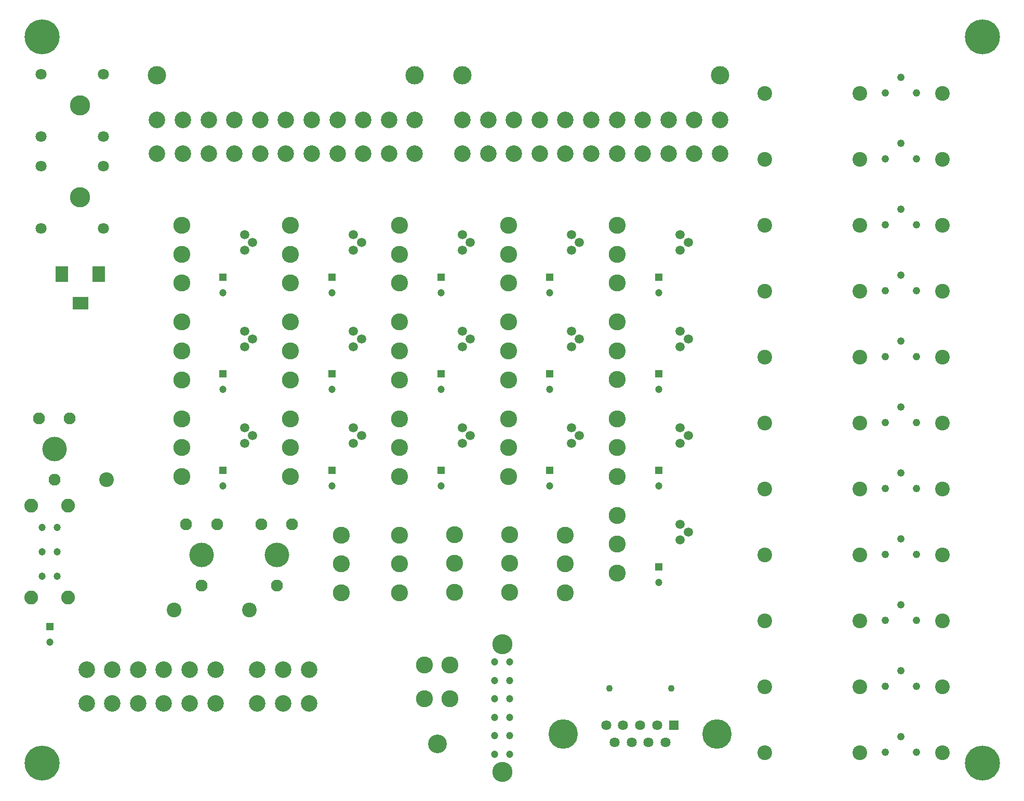
<source format=gbr>
%TF.GenerationSoftware,KiCad,Pcbnew,(6.0.1)*%
%TF.CreationDate,2024-03-16T16:01:57+01:00*%
%TF.ProjectId,mock_up_pcb,6d6f636b-5f75-4705-9f70-63622e6b6963,rev?*%
%TF.SameCoordinates,Original*%
%TF.FileFunction,Soldermask,Bot*%
%TF.FilePolarity,Negative*%
%FSLAX46Y46*%
G04 Gerber Fmt 4.6, Leading zero omitted, Abs format (unit mm)*
G04 Created by KiCad (PCBNEW (6.0.1)) date 2024-03-16 16:01:57*
%MOMM*%
%LPD*%
G01*
G04 APERTURE LIST*
%ADD10C,1.500000*%
%ADD11C,1.240000*%
%ADD12R,1.200000X1.200000*%
%ADD13C,1.200000*%
%ADD14C,2.400000*%
%ADD15C,5.700000*%
%ADD16C,1.800000*%
%ADD17C,3.300000*%
%ADD18C,3.000000*%
%ADD19C,2.700000*%
%ADD20C,2.775000*%
%ADD21C,4.000000*%
%ADD22C,1.950000*%
%ADD23R,1.635000X1.635000*%
%ADD24C,1.635000*%
%ADD25C,4.800000*%
%ADD26C,3.050000*%
%ADD27C,3.290000*%
%ADD28C,2.250000*%
%ADD29C,1.100000*%
%ADD30R,2.000000X2.600000*%
%ADD31R,2.600000X2.000000*%
G04 APERTURE END LIST*
D10*
%TO.C,Q13*%
X212250000Y-78750000D03*
X213550000Y-80020000D03*
X212250000Y-81290000D03*
%TD*%
%TO.C,Q14*%
X265500000Y-94500000D03*
X266800000Y-95770000D03*
X265500000Y-97040000D03*
%TD*%
%TO.C,Q7*%
X194500000Y-110250000D03*
X195800000Y-111520000D03*
X194500000Y-112790000D03*
%TD*%
%TO.C,Q6*%
X230000000Y-94500000D03*
X231300000Y-95770000D03*
X230000000Y-97040000D03*
%TD*%
%TO.C,Q16*%
X247750000Y-94500000D03*
X249050000Y-95770000D03*
X247750000Y-97040000D03*
%TD*%
%TO.C,Q1*%
X230000000Y-78750000D03*
X231300000Y-80020000D03*
X230000000Y-81290000D03*
%TD*%
%TO.C,Q15*%
X194500000Y-78750000D03*
X195800000Y-80020000D03*
X194500000Y-81290000D03*
%TD*%
%TO.C,Q9*%
X230000000Y-110250000D03*
X231300000Y-111520000D03*
X230000000Y-112790000D03*
%TD*%
%TO.C,Q4*%
X194500000Y-94500000D03*
X195800000Y-95770000D03*
X194500000Y-97040000D03*
%TD*%
%TO.C,Q8*%
X212250000Y-110250000D03*
X213550000Y-111520000D03*
X212250000Y-112790000D03*
%TD*%
%TO.C,Q12*%
X265500000Y-126000000D03*
X266800000Y-127270000D03*
X265500000Y-128540000D03*
%TD*%
%TO.C,Q2*%
X247750000Y-78750000D03*
X249050000Y-80020000D03*
X247750000Y-81290000D03*
%TD*%
%TO.C,Q5*%
X212250000Y-94500000D03*
X213550000Y-95770000D03*
X212250000Y-97040000D03*
%TD*%
%TO.C,Q10*%
X247750000Y-110250000D03*
X249050000Y-111520000D03*
X247750000Y-112790000D03*
%TD*%
%TO.C,Q3*%
X265500000Y-78750000D03*
X266800000Y-80020000D03*
X265500000Y-81290000D03*
%TD*%
%TO.C,Q11*%
X265500000Y-110250000D03*
X266800000Y-111520000D03*
X265500000Y-112790000D03*
%TD*%
D11*
%TO.C,VR19*%
X298945000Y-87925000D03*
X301485000Y-85385000D03*
X304025000Y-87925000D03*
%TD*%
%TO.C,VR21*%
X298945000Y-66425000D03*
X301485000Y-63885000D03*
X304025000Y-66425000D03*
%TD*%
%TO.C,VR15*%
X298945000Y-130925000D03*
X301485000Y-128385000D03*
X304025000Y-130925000D03*
%TD*%
%TO.C,VR14*%
X298945000Y-141675000D03*
X301485000Y-139135000D03*
X304025000Y-141675000D03*
%TD*%
%TO.C,VR17*%
X298945000Y-109425000D03*
X301485000Y-106885000D03*
X304025000Y-109425000D03*
%TD*%
%TO.C,VR16*%
X298945000Y-120175000D03*
X301485000Y-117635000D03*
X304025000Y-120175000D03*
%TD*%
%TO.C,VR20*%
X298945000Y-77175000D03*
X301485000Y-74635000D03*
X304025000Y-77175000D03*
%TD*%
%TO.C,VR13*%
X298945000Y-152425000D03*
X301485000Y-149885000D03*
X304025000Y-152425000D03*
%TD*%
%TO.C,VR22*%
X298945000Y-55675000D03*
X301485000Y-53135000D03*
X304025000Y-55675000D03*
%TD*%
%TO.C,VR12*%
X298945000Y-163175000D03*
X301485000Y-160635000D03*
X304025000Y-163175000D03*
%TD*%
%TO.C,VR18*%
X298945000Y-98675000D03*
X301485000Y-96135000D03*
X304025000Y-98675000D03*
%TD*%
D12*
%TO.C,LED13*%
X262000000Y-133000000D03*
D13*
X262000000Y-135540000D03*
%TD*%
D14*
%TO.C,TP35*%
X195250000Y-140000000D03*
%TD*%
%TO.C,TP1*%
X279250000Y-163250000D03*
%TD*%
D15*
%TO.C,REF\u002A\u002A*%
X161500000Y-46500000D03*
%TD*%
D16*
%TO.C,J8*%
X161340000Y-67646000D03*
X171500000Y-67646000D03*
X161340000Y-77806000D03*
X171500000Y-77806000D03*
D17*
X167700000Y-72726000D03*
%TD*%
D18*
%TO.C,J6*%
X272000000Y-52750000D03*
X230000000Y-52750000D03*
D19*
X230000000Y-60050000D03*
X234200000Y-60050000D03*
X238400000Y-60050000D03*
X242600000Y-60050000D03*
X246800000Y-60050000D03*
X251000000Y-60050000D03*
X255200000Y-60050000D03*
X259400000Y-60050000D03*
X263600000Y-60050000D03*
X267800000Y-60050000D03*
X272000000Y-60050000D03*
X230000000Y-65550000D03*
X234200000Y-65550000D03*
X238400000Y-65550000D03*
X242600000Y-65550000D03*
X246800000Y-65550000D03*
X251000000Y-65550000D03*
X255200000Y-65550000D03*
X259400000Y-65550000D03*
X263600000Y-65550000D03*
X267800000Y-65550000D03*
X272000000Y-65550000D03*
%TD*%
D20*
%TO.C,S14*%
X255250000Y-133950000D03*
X255250000Y-129250000D03*
X255250000Y-124550000D03*
%TD*%
D14*
%TO.C,TP3*%
X279250000Y-141750000D03*
%TD*%
D12*
%TO.C,LED7*%
X226500000Y-101500000D03*
D13*
X226500000Y-104040000D03*
%TD*%
D20*
%TO.C,S6*%
X184250000Y-102450000D03*
X184250000Y-97750000D03*
X184250000Y-93050000D03*
%TD*%
D12*
%TO.C,LED2*%
X226500000Y-85750000D03*
D13*
X226500000Y-88290000D03*
%TD*%
D14*
%TO.C,TP26*%
X308250000Y-131000000D03*
%TD*%
%TO.C,TP30*%
X308250000Y-88000000D03*
%TD*%
D20*
%TO.C,S3*%
X219750000Y-86700000D03*
X219750000Y-82000000D03*
X219750000Y-77300000D03*
%TD*%
D12*
%TO.C,LED11*%
X244250000Y-117250000D03*
D13*
X244250000Y-119790000D03*
%TD*%
D15*
%TO.C,REF\u002A\u002A*%
X314750000Y-165000000D03*
%TD*%
D14*
%TO.C,TP27*%
X308250000Y-120250000D03*
%TD*%
D20*
%TO.C,S23*%
X210250000Y-137200000D03*
X210250000Y-132500000D03*
X210250000Y-127800000D03*
%TD*%
%TO.C,S21*%
X237750000Y-137100000D03*
X237750000Y-132400000D03*
X237750000Y-127700000D03*
%TD*%
%TO.C,S7*%
X202000000Y-102450000D03*
X202000000Y-97750000D03*
X202000000Y-93050000D03*
%TD*%
D14*
%TO.C,TP32*%
X308250000Y-66500000D03*
%TD*%
D20*
%TO.C,S11*%
X219750000Y-118200000D03*
X219750000Y-113500000D03*
X219750000Y-108800000D03*
%TD*%
D14*
%TO.C,TP33*%
X308250000Y-55750000D03*
%TD*%
D18*
%TO.C,J5*%
X222250000Y-52750000D03*
X180250000Y-52750000D03*
D19*
X180250000Y-60050000D03*
X184450000Y-60050000D03*
X188650000Y-60050000D03*
X192850000Y-60050000D03*
X197050000Y-60050000D03*
X201250000Y-60050000D03*
X205450000Y-60050000D03*
X209650000Y-60050000D03*
X213850000Y-60050000D03*
X218050000Y-60050000D03*
X222250000Y-60050000D03*
X180250000Y-65550000D03*
X184450000Y-65550000D03*
X188650000Y-65550000D03*
X192850000Y-65550000D03*
X197050000Y-65550000D03*
X201250000Y-65550000D03*
X205450000Y-65550000D03*
X209650000Y-65550000D03*
X213850000Y-65550000D03*
X218050000Y-65550000D03*
X222250000Y-65550000D03*
%TD*%
D14*
%TO.C,TP18*%
X294750000Y-98750000D03*
%TD*%
D20*
%TO.C,S13*%
X255250000Y-118200000D03*
X255250000Y-113500000D03*
X255250000Y-108800000D03*
%TD*%
D14*
%TO.C,TP10*%
X279250000Y-66500000D03*
%TD*%
%TO.C,TP23*%
X308250000Y-163250000D03*
%TD*%
D20*
%TO.C,S4*%
X237500000Y-86700000D03*
X237500000Y-82000000D03*
X237500000Y-77300000D03*
%TD*%
D14*
%TO.C,TP24*%
X308250000Y-152500000D03*
%TD*%
%TO.C,TP21*%
X294750000Y-66500000D03*
%TD*%
%TO.C,TP31*%
X308250000Y-77250000D03*
%TD*%
%TO.C,TP9*%
X279250000Y-77250000D03*
%TD*%
D12*
%TO.C,LED6*%
X208750000Y-101500000D03*
D13*
X208750000Y-104040000D03*
%TD*%
D14*
%TO.C,TP20*%
X294750000Y-77250000D03*
%TD*%
%TO.C,TP28*%
X308250000Y-109500000D03*
%TD*%
%TO.C,TP15*%
X294750000Y-131000000D03*
%TD*%
D20*
%TO.C,S8*%
X219750000Y-102450000D03*
X219750000Y-97750000D03*
X219750000Y-93050000D03*
%TD*%
D12*
%TO.C,LED3*%
X244250000Y-85750000D03*
D13*
X244250000Y-88290000D03*
%TD*%
D14*
%TO.C,TP11*%
X279250000Y-55750000D03*
%TD*%
D21*
%TO.C,Shunt_Ctrl1*%
X163500000Y-113750000D03*
D22*
X166000000Y-108750000D03*
X161000000Y-108750000D03*
X163500000Y-118750000D03*
%TD*%
D12*
%TO.C,LED14*%
X208750000Y-85750000D03*
D13*
X208750000Y-88290000D03*
%TD*%
D20*
%TO.C,S12*%
X237500000Y-118200000D03*
X237500000Y-113500000D03*
X237500000Y-108800000D03*
%TD*%
%TO.C,S5*%
X255250000Y-86700000D03*
X255250000Y-82000000D03*
X255250000Y-77300000D03*
%TD*%
D14*
%TO.C,TP29*%
X308250000Y-98750000D03*
%TD*%
%TO.C,TP8*%
X279250000Y-88000000D03*
%TD*%
D15*
%TO.C,REF\u002A\u002A*%
X161500000Y-165000000D03*
%TD*%
D12*
%TO.C,LED4*%
X262000000Y-85750000D03*
D13*
X262000000Y-88290000D03*
%TD*%
D14*
%TO.C,TP22*%
X294750000Y-55750000D03*
%TD*%
D20*
%TO.C,S18*%
X237500000Y-102450000D03*
X237500000Y-97750000D03*
X237500000Y-93050000D03*
%TD*%
D12*
%TO.C,LED5*%
X191000000Y-101500000D03*
D13*
X191000000Y-104040000D03*
%TD*%
D20*
%TO.C,S17*%
X184250000Y-86700000D03*
X184250000Y-82000000D03*
X184250000Y-77300000D03*
%TD*%
D19*
%TO.C,J3*%
X205000000Y-155250000D03*
X200800000Y-155250000D03*
X196600000Y-155250000D03*
X205000000Y-149750000D03*
X200800000Y-149750000D03*
X196600000Y-149750000D03*
%TD*%
D15*
%TO.C,REF\u002A\u002A*%
X314750000Y-46500000D03*
%TD*%
D14*
%TO.C,TP5*%
X279250000Y-120250000D03*
%TD*%
%TO.C,TP7*%
X279250000Y-98750000D03*
%TD*%
%TO.C,TP34*%
X172000000Y-118750000D03*
%TD*%
D23*
%TO.C,J2*%
X264500000Y-158780000D03*
D24*
X261730000Y-158780000D03*
X258960000Y-158780000D03*
X256190000Y-158780000D03*
X253420000Y-158780000D03*
X263115000Y-161620000D03*
X260345000Y-161620000D03*
X257575000Y-161620000D03*
X254805000Y-161620000D03*
D25*
X271460000Y-160200000D03*
X246460000Y-160200000D03*
%TD*%
D12*
%TO.C,LED1*%
X162750000Y-142730000D03*
D13*
X162750000Y-145270000D03*
%TD*%
D20*
%TO.C,S19*%
X219750000Y-137200000D03*
X219750000Y-132500000D03*
X219750000Y-127800000D03*
%TD*%
D26*
%TO.C,J1*%
X225900000Y-161800000D03*
D20*
X228000000Y-154500000D03*
X223800000Y-154500000D03*
X228000000Y-149000000D03*
X223800000Y-149000000D03*
%TD*%
%TO.C,S15*%
X202000000Y-86700000D03*
X202000000Y-82000000D03*
X202000000Y-77300000D03*
%TD*%
D12*
%TO.C,LED12*%
X262000000Y-117250000D03*
D13*
X262000000Y-119790000D03*
%TD*%
D16*
%TO.C,J7*%
X161340000Y-52646000D03*
X171500000Y-52646000D03*
X161340000Y-62806000D03*
X171500000Y-62806000D03*
D17*
X167700000Y-57726000D03*
%TD*%
D13*
%TO.C,S1*%
X237750000Y-148500000D03*
X237750000Y-151500000D03*
X237750000Y-154500000D03*
X237750000Y-157500000D03*
X237750000Y-160500000D03*
X237750000Y-163500000D03*
X235250000Y-148500000D03*
X235250000Y-151500000D03*
X235250000Y-154500000D03*
X235250000Y-157500000D03*
X235250000Y-160500000D03*
X235250000Y-163500000D03*
D27*
X236500000Y-145600000D03*
X236500000Y-166400000D03*
%TD*%
D14*
%TO.C,TP12*%
X294750000Y-163250000D03*
%TD*%
D19*
%TO.C,J4*%
X189750000Y-155250000D03*
X185550000Y-155250000D03*
X181350000Y-155250000D03*
X177150000Y-155250000D03*
X172950000Y-155250000D03*
X168750000Y-155250000D03*
X189750000Y-149750000D03*
X185550000Y-149750000D03*
X181350000Y-149750000D03*
X177150000Y-149750000D03*
X172950000Y-149750000D03*
X168750000Y-149750000D03*
%TD*%
D20*
%TO.C,S9*%
X184250000Y-118200000D03*
X184250000Y-113500000D03*
X184250000Y-108800000D03*
%TD*%
D14*
%TO.C,TP2*%
X279250000Y-152500000D03*
%TD*%
D12*
%TO.C,LED9*%
X208750000Y-117250000D03*
D13*
X208750000Y-119790000D03*
%TD*%
D12*
%TO.C,LED16*%
X191000000Y-85750000D03*
D13*
X191000000Y-88290000D03*
%TD*%
%TO.C,S2*%
X161500000Y-134500000D03*
X161500000Y-130500000D03*
X161500000Y-126500000D03*
X164000000Y-134500000D03*
X164000000Y-130500000D03*
X164000000Y-126500000D03*
D28*
X159750000Y-138000000D03*
X159750000Y-123000000D03*
X165750000Y-138000000D03*
X165750000Y-123000000D03*
%TD*%
D29*
%TO.C,R6*%
X264000000Y-152750000D03*
X254000000Y-152750000D03*
%TD*%
D20*
%TO.C,S16*%
X255250000Y-102410000D03*
X255250000Y-97710000D03*
X255250000Y-93010000D03*
%TD*%
D21*
%TO.C,Hall_high1*%
X187500000Y-131000000D03*
D22*
X190000000Y-126000000D03*
X185000000Y-126000000D03*
X187500000Y-136000000D03*
%TD*%
D12*
%TO.C,LED15*%
X262000000Y-101500000D03*
D13*
X262000000Y-104040000D03*
%TD*%
D14*
%TO.C,TP25*%
X308250000Y-141750000D03*
%TD*%
D20*
%TO.C,S22*%
X246760383Y-137201670D03*
X246760383Y-132501670D03*
X246760383Y-127801670D03*
%TD*%
D12*
%TO.C,LED10*%
X226500000Y-117250000D03*
D13*
X226500000Y-119790000D03*
%TD*%
D12*
%TO.C,LED8*%
X191000000Y-117250000D03*
D13*
X191000000Y-119790000D03*
%TD*%
D20*
%TO.C,S10*%
X202000000Y-118200000D03*
X202000000Y-113500000D03*
X202000000Y-108800000D03*
%TD*%
D14*
%TO.C,TP13*%
X294750000Y-152500000D03*
%TD*%
D21*
%TO.C,Hall_low1*%
X199750000Y-131000000D03*
D22*
X202250000Y-126000000D03*
X197250000Y-126000000D03*
X199750000Y-136000000D03*
%TD*%
D14*
%TO.C,TP19*%
X294750000Y-88000000D03*
%TD*%
%TO.C,TP4*%
X279250000Y-131000000D03*
%TD*%
%TO.C,TP17*%
X294750000Y-109500000D03*
%TD*%
%TO.C,TP14*%
X294750000Y-141750000D03*
%TD*%
D20*
%TO.C,S20*%
X228750000Y-137100000D03*
X228750000Y-132400000D03*
X228750000Y-127700000D03*
%TD*%
D30*
%TO.C,J10*%
X170750000Y-85250000D03*
X164750000Y-85250000D03*
D31*
X167750000Y-89950000D03*
%TD*%
D14*
%TO.C,TP6*%
X279250000Y-109500000D03*
%TD*%
%TO.C,TP36*%
X183000000Y-140000000D03*
%TD*%
%TO.C,TP16*%
X294750000Y-120250000D03*
%TD*%
D12*
%TO.C,LED17*%
X244250000Y-101500000D03*
D13*
X244250000Y-104040000D03*
%TD*%
M02*

</source>
